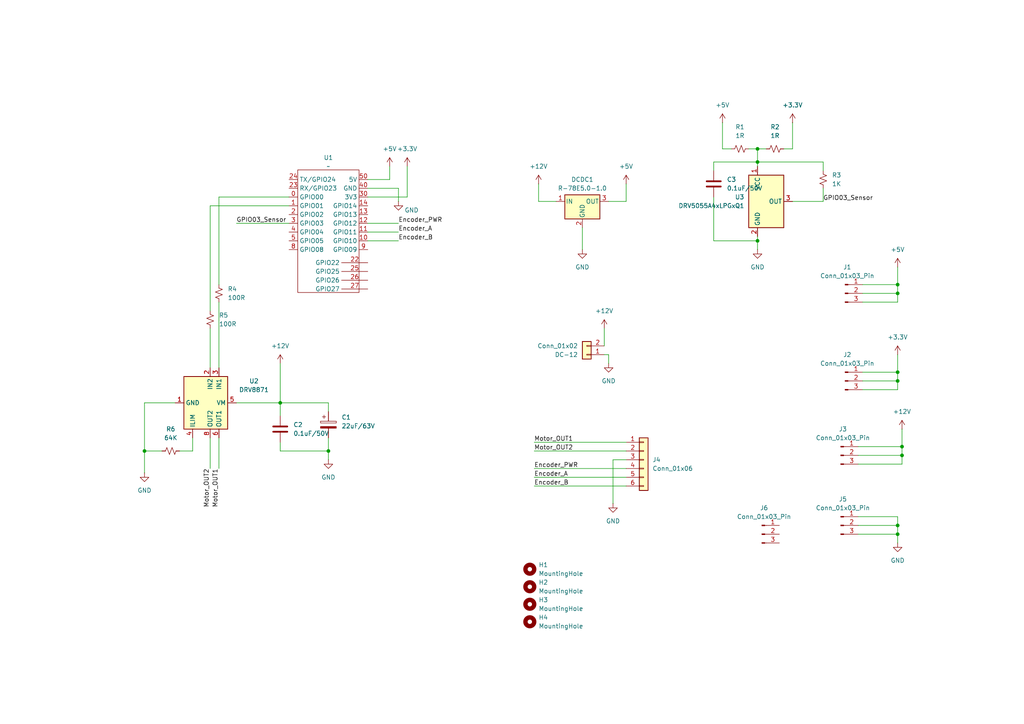
<source format=kicad_sch>
(kicad_sch (version 20231120) (generator "eeschema") (generator_version "8.0")
  (paper "A4")
  (lib_symbols
    (symbol "Connector:Conn_01x03_Pin" (pin_names (offset 1.016) hide)
      (property "Reference" "J" (at 0 5.08 0))
      (property "Value" "Conn_01x03_Pin" (at 0 -5.08 0))
      (symbol "Conn_01x03_Pin_1_1"
        (polyline (pts (xy 1.27 -2.54) (xy 0.8636 -2.54)) (stroke (width 0.1524)))
        (polyline (pts (xy 1.27 0) (xy 0.8636 0)) (stroke (width 0.1524)))
        (polyline (pts (xy 1.27 2.54) (xy 0.8636 2.54)) (stroke (width 0.1524)))
        (rectangle (start 0.8636 -2.413) (end 0 -2.667) (stroke (width 0.1524)) (fill (type outline)))
        (rectangle (start 0.8636 0.127) (end 0 -0.127) (stroke (width 0.1524)) (fill (type outline)))
        (rectangle (start 0.8636 2.667) (end 0 2.413) (stroke (width 0.1524)) (fill (type outline)))
        (pin passive line (at 5.08 2.54 180) (length 3.81) (name "Pin_1") (number "1"))
        (pin passive line (at 5.08 0 180) (length 3.81) (name "Pin_2") (number "2"))
        (pin passive line (at 5.08 -2.54 180) (length 3.81) (name "Pin_3") (number "3"))
      )
    )
    (symbol "Connector_Generic:Conn_01x02" (pin_names (offset 1.016) hide)
      (property "Reference" "J" (at 0 2.54 0))
      (property "Value" "Conn_01x02" (at 0 -5.08 0))
      (symbol "Conn_01x02_1_1"
        (rectangle (start -1.27 -2.413) (end 0 -2.667) (stroke (width 0.1524)))
        (rectangle (start -1.27 0.127) (end 0 -0.127) (stroke (width 0.1524)))
        (rectangle (start -1.27 1.27) (end 1.27 -3.81) (stroke (width 0.254)) (fill (type background)))
        (pin passive line (at -5.08 0 0) (length 3.81) (name "Pin_1") (number "1"))
        (pin passive line (at -5.08 -2.54 0) (length 3.81) (name "Pin_2") (number "2"))
      )
    )
    (symbol "Connector_Generic:Conn_01x06" (pin_names (offset 1.016) hide)
      (property "Reference" "J" (at 0 7.62 0))
      (property "Value" "Conn_01x06" (at 0 -10.16 0))
      (symbol "Conn_01x06_1_1"
        (rectangle (start -1.27 -7.493) (end 0 -7.747) (stroke (width 0.1524)))
        (rectangle (start -1.27 -4.953) (end 0 -5.207) (stroke (width 0.1524)))
        (rectangle (start -1.27 -2.413) (end 0 -2.667) (stroke (width 0.1524)))
        (rectangle (start -1.27 0.127) (end 0 -0.127) (stroke (width 0.1524)))
        (rectangle (start -1.27 2.667) (end 0 2.413) (stroke (width 0.1524)))
        (rectangle (start -1.27 5.207) (end 0 4.953) (stroke (width 0.1524)))
        (rectangle (start -1.27 6.35) (end 1.27 -8.89) (stroke (width 0.254)) (fill (type background)))
        (pin passive line (at -5.08 5.08 0) (length 3.81) (name "Pin_1") (number "1"))
        (pin passive line (at -5.08 2.54 0) (length 3.81) (name "Pin_2") (number "2"))
        (pin passive line (at -5.08 0 0) (length 3.81) (name "Pin_3") (number "3"))
        (pin passive line (at -5.08 -2.54 0) (length 3.81) (name "Pin_4") (number "4"))
        (pin passive line (at -5.08 -5.08 0) (length 3.81) (name "Pin_5") (number "5"))
        (pin passive line (at -5.08 -7.62 0) (length 3.81) (name "Pin_6") (number "6"))
      )
    )
    (symbol "Device:C" (pin_numbers hide) (pin_names (offset 0.254))
      (property "Reference" "C" (at 0.635 2.54 0))
      (property "Value" "C" (at 0.635 -2.54 0))
      (symbol "C_0_1"
        (polyline (pts (xy -2.032 -0.762) (xy 2.032 -0.762)) (stroke (width 0.508)))
        (polyline (pts (xy -2.032 0.762) (xy 2.032 0.762)) (stroke (width 0.508)))
      )
      (symbol "C_1_1"
        (pin passive line (at 0 3.81 270) (length 2.794) (name "~") (number "1"))
        (pin passive line (at 0 -3.81 90) (length 2.794) (name "~") (number "2"))
      )
    )
    (symbol "Device:C_Polarized" (pin_numbers hide) (pin_names (offset 0.254))
      (property "Reference" "C" (at 0.635 2.54 0))
      (property "Value" "C_Polarized" (at 0.635 -2.54 0))
      (symbol "C_Polarized_0_1"
        (rectangle (start -2.286 0.508) (end 2.286 1.016))
        (polyline (pts (xy -1.778 2.286) (xy -0.762 2.286)))
        (polyline (pts (xy -1.27 2.794) (xy -1.27 1.778)))
        (rectangle (start 2.286 -0.508) (end -2.286 -1.016) (fill (type outline)))
      )
      (symbol "C_Polarized_1_1"
        (pin passive line (at 0 3.81 270) (length 2.794) (name "~") (number "1"))
        (pin passive line (at 0 -3.81 90) (length 2.794) (name "~") (number "2"))
      )
    )
    (symbol "Device:R_Small_US" (pin_numbers hide) (pin_names (offset 0.254) hide)
      (property "Reference" "R" (at 0.762 0.508 0))
      (property "Value" "R_Small_US" (at 0.762 -1.016 0))
      (symbol "R_Small_US_1_1"
        (polyline (pts (xy 0 0) (xy 1.016 -0.381) (xy 0 -0.762) (xy -1.016 -1.143) (xy 0 -1.524)))
        (polyline (pts (xy 0 1.524) (xy 1.016 1.143) (xy 0 0.762) (xy -1.016 0.381) (xy 0 0)))
        (pin passive line (at 0 2.54 270) (length 1.016) (name "~") (number "1"))
        (pin passive line (at 0 -2.54 90) (length 1.016) (name "~") (number "2"))
      )
    )
    (symbol "Driver_Motor:DRV8871DDA"
      (property "Reference" "U" (at -6.35 6.35 0))
      (property "Value" "DRV8871DDA" (at 8.89 6.35 0))
      (symbol "DRV8871DDA_0_1"
        (rectangle (start -7.62 5.08) (end 7.62 -7.62) (stroke (width 0.254)) (fill (type background)))
      )
      (symbol "DRV8871DDA_1_1"
        (pin power_in line (at 0 -10.16 90) (length 2.54) (name "GND") (number "1"))
        (pin input line (at -10.16 0 0) (length 2.54) (name "IN2") (number "2"))
        (pin input line (at -10.16 2.54 0) (length 2.54) (name "IN1") (number "3"))
        (pin passive line (at 10.16 -5.08 180) (length 2.54) (name "ILIM") (number "4"))
        (pin power_in line (at 0 7.62 270) (length 2.54) (name "VM") (number "5"))
        (pin output line (at 10.16 2.54 180) (length 2.54) (name "OUT1") (number "6"))
        (pin passive line (at 0 -10.16 90) (length 2.54) hide (name "GND") (number "7"))
        (pin output line (at 10.16 0 180) (length 2.54) (name "OUT2") (number "8"))
        (pin passive line (at 0 -10.16 90) (length 2.54) hide (name "GND") (number "9"))
      )
    )
    (symbol "Mechanical:MountingHole" (pin_names (offset 1.016)) (exclude_from_sim yes) (in_bom no)
      (property "Reference" "H" (at 0 5.08 0))
      (property "Value" "MountingHole" (at 0 3.175 0))
      (symbol "MountingHole_0_1"
        (circle (center 0 0) (radius 1.27) (stroke (width 1.27)))
      )
    )
    (symbol "Regulator_Switching:R-78E5.0-1.0" (pin_names (offset 0.254))
      (property "Reference" "U" (at -3.81 3.175 0))
      (property "Value" "R-78E5.0-1.0" (at 0 3.175 0))
      (symbol "R-78E5.0-1.0_0_1"
        (rectangle (start -5.08 1.905) (end 5.08 -5.08) (stroke (width 0.254)) (fill (type background)))
      )
      (symbol "R-78E5.0-1.0_1_1"
        (pin power_in line (at -7.62 0 0) (length 2.54) (name "IN") (number "1"))
        (pin power_in line (at 0 -7.62 90) (length 2.54) (name "GND") (number "2"))
        (pin power_out line (at 7.62 0 180) (length 2.54) (name "OUT") (number "3"))
      )
    )
    (symbol "Sensor_Magnetic:DRV5055A4xLPGxQ1"
      (property "Reference" "U" (at 5.08 12.7 0))
      (property "Value" "DRV5055A4xLPGxQ1" (at 7.62 10.16 0))
      (symbol "DRV5055A4xLPGxQ1_1_1"
        (rectangle (start -5.08 7.62) (end 5.08 -7.62) (stroke (width 0.254)) (fill (type background)))
        (pin power_in line (at -2.54 10.16 270) (length 2.54) (name "VCC") (number "1"))
        (pin power_in line (at -2.54 -10.16 90) (length 2.54) (name "GND") (number "2"))
        (pin output line (at 7.62 0 180) (length 2.54) (name "OUT") (number "3"))
      )
    )
    (symbol "my_rfmodule:ESP32-H2-SuperMini"
      (property "Reference" "U" (at -1.016 15.24 0))
      (symbol "ESP32-H2-SuperMini_0_1"
        (polyline (pts (xy -8.89 14.224) (xy -8.89 -21.336) (xy 8.89 -21.336) (xy 8.89 14.224) (xy -8.89 14.224)))
      )
      (symbol "ESP32-H2-SuperMini_1_1"
        (pin bidirectional line (at -11.43 6.35 0) (length 2.54) (name "GPIO00") (number "0"))
        (pin bidirectional line (at -11.43 3.81 0) (length 2.54) (name "GPIO01") (number "1"))
        (pin bidirectional line (at 11.43 -6.35 180) (length 2.54) (name "GPIO10") (number "10"))
        (pin bidirectional line (at 11.43 -3.81 180) (length 2.54) (name "GPIO11") (number "11"))
        (pin bidirectional line (at 11.43 -1.27 180) (length 2.54) (name "GPIO12") (number "12"))
        (pin bidirectional line (at 11.43 1.27 180) (length 2.54) (name "GPIO13") (number "13"))
        (pin bidirectional line (at 11.43 3.81 180) (length 2.54) (name "GPIO14") (number "14"))
        (pin bidirectional line (at -11.43 1.27 0) (length 2.54) (name "GPIO02") (number "2"))
        (pin bidirectional line (at 11.43 -12.7 180) (length 7.62) (name "GPIO22") (number "22"))
        (pin bidirectional line (at -11.43 8.89 0) (length 2.54) (name "RX/GPIO23") (number "23"))
        (pin bidirectional line (at -11.43 11.43 0) (length 2.54) (name "TX/GPIO24") (number "24"))
        (pin bidirectional line (at 11.43 -15.24 180) (length 7.62) (name "GPIO25") (number "25"))
        (pin bidirectional line (at 11.43 -17.78 180) (length 7.62) (name "GPIO26") (number "26"))
        (pin bidirectional line (at 11.43 -20.32 180) (length 7.62) (name "GPIO27") (number "27"))
        (pin bidirectional line (at -11.43 -1.27 0) (length 2.54) (name "GPIO03") (number "3"))
        (pin power_in line (at 11.43 6.35 180) (length 2.54) (name "3V3") (number "30"))
        (pin bidirectional line (at -11.43 -3.81 0) (length 2.54) (name "GPIO04") (number "4"))
        (pin power_in line (at 11.43 8.89 180) (length 2.54) (name "GND") (number "40"))
        (pin bidirectional line (at -11.43 -6.35 0) (length 2.54) (name "GPIO05") (number "5"))
        (pin power_in line (at 11.43 11.43 180) (length 2.54) (name "5V") (number "50"))
        (pin bidirectional line (at -11.43 -8.89 0) (length 2.54) (name "GPIO08") (number "8"))
        (pin bidirectional line (at 11.43 -8.89 180) (length 2.54) (name "GPIO09") (number "9"))
      )
    )
    (symbol "power:+12V" (power) (pin_numbers hide) (pin_names (offset 0) hide)
      (property "Value" "+12V" (at 0 3.556 0))
      (symbol "+12V_0_1"
        (polyline (pts (xy -0.762 1.27) (xy 0 2.54)))
        (polyline (pts (xy 0 0) (xy 0 2.54)))
        (polyline (pts (xy 0 2.54) (xy 0.762 1.27)))
      )
      (symbol "+12V_1_1"
        (pin power_in line (at 0 0 90) (length 0) (name "~") (number "1"))
      )
    )
    (symbol "power:+3.3V" (power) (pin_numbers hide) (pin_names (offset 0) hide)
      (property "Value" "+3.3V" (at 0 3.556 0))
      (symbol "+3.3V_0_1"
        (polyline (pts (xy -0.762 1.27) (xy 0 2.54)))
        (polyline (pts (xy 0 0) (xy 0 2.54)))
        (polyline (pts (xy 0 2.54) (xy 0.762 1.27)))
      )
      (symbol "+3.3V_1_1"
        (pin power_in line (at 0 0 90) (length 0) (name "~") (number "1"))
      )
    )
    (symbol "power:+5V" (power) (pin_numbers hide) (pin_names (offset 0) hide)
      (property "Value" "+5V" (at 0 3.556 0))
      (symbol "+5V_0_1"
        (polyline (pts (xy -0.762 1.27) (xy 0 2.54)))
        (polyline (pts (xy 0 0) (xy 0 2.54)))
        (polyline (pts (xy 0 2.54) (xy 0.762 1.27)))
      )
      (symbol "+5V_1_1"
        (pin power_in line (at 0 0 90) (length 0) (name "~") (number "1"))
      )
    )
    (symbol "power:GND" (power) (pin_numbers hide) (pin_names (offset 0) hide)
      (property "Value" "GND" (at 0 -3.81 0))
      (symbol "GND_0_1"
        (polyline (pts (xy 0 0) (xy 0 -1.27) (xy 1.27 -1.27) (xy 0 -2.54) (xy -1.27 -1.27) (xy 0 -1.27)))
      )
      (symbol "GND_1_1"
        (pin power_in line (at 0 0 270) (length 0) (name "~") (number "1"))
      )
    )
  )
  (junction (at 219.71 46.99))
  (junction (at 260.35 107.95))
  (junction (at 95.25 130.81))
  (junction (at 260.35 82.55))
  (junction (at 260.35 154.94))
  (junction (at 260.35 85.09))
  (junction (at 219.71 69.85))
  (junction (at 41.91 130.81))
  (junction (at 260.35 152.4))
  (junction (at 261.62 129.54))
  (junction (at 81.28 116.84))
  (junction (at 219.71 43.18))
  (junction (at 261.62 132.08))
  (junction (at 260.35 110.49))
  (wire (pts (xy 219.71 43.18) (xy 222.25 43.18)))
  (wire (pts (xy 176.53 58.42) (xy 181.61 58.42)))
  (wire (pts (xy 219.71 46.99) (xy 238.76 46.99)))
  (wire (pts (xy 115.57 54.61) (xy 115.57 58.42)))
  (wire (pts (xy 63.5 87.63) (xy 63.5 106.68)))
  (wire (pts (xy 207.01 49.53) (xy 207.01 46.99)))
  (wire (pts (xy 168.91 66.04) (xy 168.91 72.39)))
  (wire (pts (xy 219.71 46.99) (xy 219.71 48.26)))
  (wire (pts (xy 207.01 46.99) (xy 219.71 46.99)))
  (wire (pts (xy 60.96 90.17) (xy 60.96 59.69)))
  (wire (pts (xy 219.71 69.85) (xy 219.71 72.39)))
  (wire (pts (xy 260.35 82.55) (xy 250.19 82.55)))
  (wire (pts (xy 229.87 43.18) (xy 227.33 43.18)))
  (wire (pts (xy 261.62 132.08) (xy 261.62 129.54)))
  (wire (pts (xy 260.35 113.03) (xy 260.35 110.49)))
  (wire (pts (xy 63.5 127) (xy 63.5 135.89)))
  (wire (pts (xy 106.68 52.07) (xy 113.03 52.07)))
  (wire (pts (xy 106.68 57.15) (xy 118.11 57.15)))
  (wire (pts (xy 68.58 64.77) (xy 83.82 64.77)))
  (wire (pts (xy 248.92 132.08) (xy 261.62 132.08)))
  (wire (pts (xy 248.92 129.54) (xy 261.62 129.54)))
  (wire (pts (xy 260.35 110.49) (xy 260.35 107.95)))
  (wire (pts (xy 209.55 35.56) (xy 209.55 43.18)))
  (wire (pts (xy 209.55 43.18) (xy 212.09 43.18)))
  (wire (pts (xy 154.94 140.97) (xy 181.61 140.97)))
  (wire (pts (xy 60.96 127) (xy 60.96 135.89)))
  (wire (pts (xy 106.68 69.85) (xy 115.57 69.85)))
  (wire (pts (xy 113.03 52.07) (xy 113.03 48.26)))
  (wire (pts (xy 106.68 54.61) (xy 115.57 54.61)))
  (wire (pts (xy 219.71 68.58) (xy 219.71 69.85)))
  (wire (pts (xy 156.21 58.42) (xy 161.29 58.42)))
  (wire (pts (xy 50.8 116.84) (xy 41.91 116.84)))
  (wire (pts (xy 250.19 87.63) (xy 260.35 87.63)))
  (wire (pts (xy 238.76 49.53) (xy 238.76 46.99)))
  (wire (pts (xy 63.5 82.55) (xy 63.5 57.15)))
  (wire (pts (xy 41.91 130.81) (xy 41.91 137.16)))
  (wire (pts (xy 154.94 135.89) (xy 181.61 135.89)))
  (wire (pts (xy 260.35 154.94) (xy 260.35 157.48)))
  (wire (pts (xy 60.96 95.25) (xy 60.96 106.68)))
  (wire (pts (xy 207.01 69.85) (xy 219.71 69.85)))
  (wire (pts (xy 81.28 130.81) (xy 95.25 130.81)))
  (wire (pts (xy 248.92 154.94) (xy 260.35 154.94)))
  (wire (pts (xy 260.35 152.4) (xy 260.35 154.94)))
  (wire (pts (xy 238.76 58.42) (xy 238.76 54.61)))
  (wire (pts (xy 229.87 58.42) (xy 238.76 58.42)))
  (wire (pts (xy 55.88 130.81) (xy 52.07 130.81)))
  (wire (pts (xy 41.91 116.84) (xy 41.91 130.81)))
  (wire (pts (xy 260.35 149.86) (xy 260.35 152.4)))
  (wire (pts (xy 177.8 133.35) (xy 181.61 133.35)))
  (wire (pts (xy 55.88 127) (xy 55.88 130.81)))
  (wire (pts (xy 261.62 129.54) (xy 261.62 124.46)))
  (wire (pts (xy 106.68 67.31) (xy 115.57 67.31)))
  (wire (pts (xy 248.92 152.4) (xy 260.35 152.4)))
  (wire (pts (xy 95.25 130.81) (xy 95.25 133.35)))
  (wire (pts (xy 181.61 58.42) (xy 181.61 53.34)))
  (wire (pts (xy 261.62 134.62) (xy 261.62 132.08)))
  (wire (pts (xy 118.11 57.15) (xy 118.11 48.26)))
  (wire (pts (xy 217.17 43.18) (xy 219.71 43.18)))
  (wire (pts (xy 260.35 87.63) (xy 260.35 85.09)))
  (wire (pts (xy 154.94 138.43) (xy 181.61 138.43)))
  (wire (pts (xy 260.35 102.87) (xy 260.35 107.95)))
  (wire (pts (xy 81.28 128.27) (xy 81.28 130.81)))
  (wire (pts (xy 81.28 105.41) (xy 81.28 116.84)))
  (wire (pts (xy 248.92 134.62) (xy 261.62 134.62)))
  (wire (pts (xy 95.25 127) (xy 95.25 130.81)))
  (wire (pts (xy 250.19 85.09) (xy 260.35 85.09)))
  (wire (pts (xy 250.19 110.49) (xy 260.35 110.49)))
  (wire (pts (xy 248.92 149.86) (xy 260.35 149.86)))
  (wire (pts (xy 219.71 43.18) (xy 219.71 46.99)))
  (wire (pts (xy 60.96 59.69) (xy 83.82 59.69)))
  (wire (pts (xy 229.87 35.56) (xy 229.87 43.18)))
  (wire (pts (xy 250.19 107.95) (xy 260.35 107.95)))
  (wire (pts (xy 175.26 102.87) (xy 176.53 102.87)))
  (wire (pts (xy 207.01 57.15) (xy 207.01 69.85)))
  (wire (pts (xy 95.25 116.84) (xy 95.25 119.38)))
  (wire (pts (xy 260.35 85.09) (xy 260.35 82.55)))
  (wire (pts (xy 63.5 57.15) (xy 83.82 57.15)))
  (wire (pts (xy 81.28 116.84) (xy 95.25 116.84)))
  (wire (pts (xy 154.94 130.81) (xy 181.61 130.81)))
  (wire (pts (xy 156.21 53.34) (xy 156.21 58.42)))
  (wire (pts (xy 260.35 77.47) (xy 260.35 82.55)))
  (wire (pts (xy 81.28 116.84) (xy 81.28 120.65)))
  (wire (pts (xy 106.68 64.77) (xy 115.57 64.77)))
  (wire (pts (xy 177.8 133.35) (xy 177.8 146.05)))
  (wire (pts (xy 154.94 128.27) (xy 181.61 128.27)))
  (wire (pts (xy 175.26 100.33) (xy 175.26 95.25)))
  (wire (pts (xy 176.53 102.87) (xy 176.53 105.41)))
  (wire (pts (xy 68.58 116.84) (xy 81.28 116.84)))
  (wire (pts (xy 41.91 130.81) (xy 46.99 130.81)))
  (wire (pts (xy 250.19 113.03) (xy 260.35 113.03)))
  (label "Encoder_A" (at 115.57 67.31 0))
  (label "Encoder_B" (at 115.57 69.85 0))
  (label "Encoder_PWR" (at 154.94 135.89 0))
  (label "Motor_OUT2" (at 154.94 130.81 0))
  (label "GPIO03_Sensor" (at 238.76 58.42 0))
  (label "Motor_OUT1" (at 63.5 135.89 270))
  (label "Encoder_PWR" (at 115.57 64.77 0))
  (label "GPIO03_Sensor" (at 68.58 64.77 0))
  (label "Encoder_A" (at 154.94 138.43 0))
  (label "Motor_OUT1" (at 154.94 128.27 0))
  (label "Motor_OUT2" (at 60.96 135.89 270))
  (label "Encoder_B" (at 154.94 140.97 0))
  (symbol (lib_id "Device:R_Small_US") (at 60.96 92.71 0) (unit 1)
    (property "Reference" "R5" (at 63.5 91.4399 0) (effects (justify left)))
    (property "Value" "100R" (at 63.5 93.9799 0) (effects (justify left)))
    (property "Footprint" "Resistor_SMD:R_0603_1608Metric_Pad0.98x0.95mm_HandSolder" (effects (hide yes)))
    (property "Description" "Resistor, small US symbol" (effects (hide yes)))
  )
  (symbol (lib_id "Connector:Conn_01x03_Pin") (at 245.11 110.49 0) (unit 1)
    (property "Reference" "J2" (at 245.745 102.87 0))
    (property "Value" "Conn_01x03_Pin" (at 245.745 105.41 0))
    (property "Footprint" "Connector_PinHeader_2.54mm:PinHeader_1x03_P2.54mm_Vertical" (effects (hide yes)))
    (property "Description" "Generic connector, single row, 01x03, script generated" (effects (hide yes)))
  )
  (symbol (lib_id "power:+3.3V") (at 118.11 48.26 0) (unit 1)
    (property "Reference" "#PWR4" (effects (hide yes)))
    (property "Value" "+3.3V" (at 118.11 43.18 0))
    (property "Description" "Power symbol creates a global label with name \"+3.3V\"" (effects (hide yes)))
  )
  (symbol (lib_id "Connector_Generic:Conn_01x02") (at 170.18 102.87 180) (unit 1)
    (property "Reference" "DC-12" (at 167.64 102.8701 0) (effects (justify left)))
    (property "Value" "Conn_01x02" (at 167.64 100.3301 0) (effects (justify left)))
    (property "Footprint" "Connector_TE-Connectivity:TE_826576-2_1x02_P3.96mm_Vertical" (effects (hide yes)))
    (property "Description" "Generic connector, single row, 01x02, script generated (kicad-library-utils/schlib/autogen/connector/)" (effects (hide yes)))
  )
  (symbol (lib_id "Device:R_Small_US") (at 214.63 43.18 90) (unit 1)
    (property "Reference" "R1" (at 214.63 36.83 90))
    (property "Value" "1R" (at 214.63 39.37 90))
    (property "Footprint" "Resistor_SMD:R_0603_1608Metric_Pad0.98x0.95mm_HandSolder" (effects (hide yes)))
    (property "Description" "Resistor, small US symbol" (effects (hide yes)))
  )
  (symbol (lib_id "Device:R_Small_US") (at 224.79 43.18 90) (unit 1)
    (property "Reference" "R2" (at 224.79 36.83 90))
    (property "Value" "1R" (at 224.79 39.37 90))
    (property "Footprint" "Resistor_SMD:R_0603_1608Metric_Pad0.98x0.95mm_HandSolder" (effects (hide yes)))
    (property "Description" "Resistor, small US symbol" (effects (hide yes)))
  )
  (symbol (lib_id "power:+3.3V") (at 260.35 102.87 0) (unit 1)
    (property "Reference" "#PWR13" (effects (hide yes)))
    (property "Value" "+3.3V" (at 260.35 97.79 0))
    (property "Description" "Power symbol creates a global label with name \"+3.3V\"" (effects (hide yes)))
  )
  (symbol (lib_id "Device:R_Small_US") (at 63.5 85.09 0) (unit 1)
    (property "Reference" "R4" (at 66.04 83.8199 0) (effects (justify left)))
    (property "Value" "100R" (at 66.04 86.3599 0) (effects (justify left)))
    (property "Footprint" "Resistor_SMD:R_0603_1608Metric_Pad0.98x0.95mm_HandSolder" (effects (hide yes)))
    (property "Description" "Resistor, small US symbol" (effects (hide yes)))
  )
  (symbol (lib_id "Connector:Conn_01x03_Pin") (at 243.84 132.08 0) (unit 1)
    (property "Reference" "J3" (at 244.475 124.46 0))
    (property "Value" "Conn_01x03_Pin" (at 244.475 127 0))
    (property "Footprint" "Connector_PinHeader_2.54mm:PinHeader_1x03_P2.54mm_Vertical" (effects (hide yes)))
    (property "Description" "Generic connector, single row, 01x03, script generated" (effects (hide yes)))
  )
  (symbol (lib_id "Driver_Motor:DRV8871DDA") (at 60.96 116.84 270) (unit 1)
    (property "Reference" "U2" (at 73.66 110.5214 90))
    (property "Value" "DRV8871" (at 73.66 113.0614 90))
    (property "Footprint" "Package_SO:Texas_HTSOP-8-1EP_3.9x4.9mm_P1.27mm_EP2.95x4.9mm_Mask2.4x3.1mm_ThermalVias" (effects (hide yes)))
    (property "Datasheet" "http://www.ti.com/lit/ds/symlink/drv8871.pdf" (effects (hide yes)))
    (property "Description" "Brushed DC Motor Driver, PWM Control, 45V, 3.6A, Current limiting, HTSOP-8" (effects (hide yes)))
  )
  (symbol (lib_id "power:+12V") (at 156.21 53.34 0) (unit 1)
    (property "Reference" "#PWR5" (effects (hide yes)))
    (property "Value" "+12V" (at 156.21 48.26 0))
    (property "Description" "Power symbol creates a global label with name \"+12V\"" (effects (hide yes)))
  )
  (symbol (lib_id "power:+5V") (at 113.03 48.26 0) (unit 1)
    (property "Reference" "#PWR3" (effects (hide yes)))
    (property "Value" "+5V" (at 113.03 43.18 0))
    (property "Description" "Power symbol creates a global label with name \"+5V\"" (effects (hide yes)))
  )
  (symbol (lib_id "power:GND") (at 168.91 72.39 0) (unit 1)
    (property "Reference" "#PWR8" (effects (hide yes)))
    (property "Value" "GND" (at 168.91 77.47 0))
    (property "Description" "Power symbol creates a global label with name \"GND\" , ground" (effects (hide yes)))
  )
  (symbol (lib_id "Mechanical:MountingHole") (at 153.67 170.18 0) (unit 1) (exclude_from_sim yes) (in_bom no)
    (property "Reference" "H2" (at 156.21 168.9099 0) (effects (justify left)))
    (property "Value" "MountingHole" (at 156.21 171.4499 0) (effects (justify left)))
    (property "Footprint" "MountingHole:MountingHole_2.7mm_M2.5" (effects (hide yes)))
    (property "Description" "Mounting Hole without connection" (effects (hide yes)))
  )
  (symbol (lib_id "Mechanical:MountingHole") (at 153.67 165.1 0) (unit 1) (exclude_from_sim yes) (in_bom no)
    (property "Reference" "H1" (at 156.21 163.8299 0) (effects (justify left)))
    (property "Value" "MountingHole" (at 156.21 166.3699 0) (effects (justify left)))
    (property "Footprint" "MountingHole:MountingHole_2.7mm_M2.5" (effects (hide yes)))
    (property "Description" "Mounting Hole without connection" (effects (hide yes)))
  )
  (symbol (lib_id "Device:C_Polarized") (at 95.25 123.19 0) (unit 1)
    (property "Reference" "C1" (at 99.06 121.0309 0) (effects (justify left)))
    (property "Value" "22uF/63V" (at 99.06 123.5709 0) (effects (justify left)))
    (property "Footprint" "Capacitor_THT:CP_Radial_D6.3mm_P2.50mm" (effects (hide yes)))
    (property "Description" "Polarized capacitor" (effects (hide yes)))
  )
  (symbol (lib_id "Device:C") (at 207.01 53.34 0) (unit 1)
    (property "Reference" "C3" (at 210.82 52.0699 0) (effects (justify left)))
    (property "Value" "0.1uF/50V" (at 210.82 54.6099 0) (effects (justify left)))
    (property "Footprint" "Capacitor_SMD:C_0603_1608Metric_Pad1.08x0.95mm_HandSolder" (effects (hide yes)))
    (property "Description" "Unpolarized capacitor" (effects (hide yes)))
  )
  (symbol (lib_id "Mechanical:MountingHole") (at 153.67 180.34 0) (unit 1) (exclude_from_sim yes) (in_bom no)
    (property "Reference" "H4" (at 156.21 179.0699 0) (effects (justify left)))
    (property "Value" "MountingHole" (at 156.21 181.6099 0) (effects (justify left)))
    (property "Footprint" "MountingHole:MountingHole_2.7mm_M2.5" (effects (hide yes)))
    (property "Description" "Mounting Hole without connection" (effects (hide yes)))
  )
  (symbol (lib_id "Mechanical:MountingHole") (at 153.67 175.26 0) (unit 1) (exclude_from_sim yes) (in_bom no)
    (property "Reference" "H3" (at 156.21 173.9899 0) (effects (justify left)))
    (property "Value" "MountingHole" (at 156.21 176.5299 0) (effects (justify left)))
    (property "Footprint" "MountingHole:MountingHole_2.7mm_M2.5" (effects (hide yes)))
    (property "Description" "Mounting Hole without connection" (effects (hide yes)))
  )
  (symbol (lib_id "power:+3.3V") (at 229.87 35.56 0) (unit 1)
    (property "Reference" "#PWR2" (effects (hide yes)))
    (property "Value" "+3.3V" (at 229.87 30.48 0))
    (property "Description" "Power symbol creates a global label with name \"+3.3V\"" (effects (hide yes)))
  )
  (symbol (lib_id "power:GND") (at 177.8 146.05 0) (unit 1)
    (property "Reference" "#PWR19" (effects (hide yes)))
    (property "Value" "GND" (at 177.8 151.13 0))
    (property "Description" "Power symbol creates a global label with name \"GND\" , ground" (effects (hide yes)))
  )
  (symbol (lib_id "Sensor_Magnetic:DRV5055A4xLPGxQ1") (at 222.25 58.42 0) (unit 1)
    (property "Reference" "U3" (at 215.9 57.1499 0) (effects (justify right)))
    (property "Value" "DRV5055A4xLPGxQ1" (at 215.9 59.6899 0) (effects (justify right)))
    (property "Footprint" "Package_TO_SOT_THT:TO-92_Inline" (effects (hide yes)))
    (property "Datasheet" "https://www.ti.com/lit/ds/symlink/drv5055-q1.pdf" (effects (hide yes)))
    (property "Description" "12.5mV/mT,±169-mT, 20-kHz, 3.3/5V, TO-92" (effects (hide yes)))
  )
  (symbol (lib_id "power:GND") (at 95.25 133.35 0) (unit 1)
    (property "Reference" "#PWR18" (effects (hide yes)))
    (property "Value" "GND" (at 95.25 138.43 0))
    (property "Description" "Power symbol creates a global label with name \"GND\" , ground" (effects (hide yes)))
  )
  (symbol (lib_id "power:GND") (at 115.57 58.42 0) (unit 1)
    (property "Reference" "#PWR7" (effects (hide yes)))
    (property "Value" "GND" (at 119.38 60.96 0))
    (property "Description" "Power symbol creates a global label with name \"GND\" , ground" (effects (hide yes)))
  )
  (symbol (lib_id "Device:R_Small_US") (at 238.76 52.07 180) (unit 1)
    (property "Reference" "R3" (at 241.3 50.7999 0) (effects (justify right)))
    (property "Value" "1K" (at 241.3 53.3399 0) (effects (justify right)))
    (property "Footprint" "Resistor_SMD:R_0603_1608Metric_Pad0.98x0.95mm_HandSolder" (effects (hide yes)))
    (property "Description" "Resistor, small US symbol" (effects (hide yes)))
  )
  (symbol (lib_id "Regulator_Switching:R-78E5.0-1.0") (at 168.91 58.42 0) (unit 1)
    (property "Reference" "DCDC1" (at 168.91 52.07 0))
    (property "Value" "R-78E5.0-1.0" (at 168.91 54.61 0))
    (property "Footprint" "Converter_DCDC:Converter_DCDC_RECOM_R-78E-0.5_THT" (effects (hide yes)))
    (property "Datasheet" "https://www.recom-power.com/pdf/Innoline/R-78Exx-1.0.pdf" (effects (hide yes)))
    (property "Description" "1A Step-Down DC/DC-Regulator, 7-28V input, 5V fixed Output Voltage, LM78xx replacement, -40°C to +85°C, SIP3" (effects (hide yes)))
  )
  (symbol (lib_id "Connector:Conn_01x03_Pin") (at 245.11 85.09 0) (unit 1)
    (property "Reference" "J1" (at 245.745 77.47 0))
    (property "Value" "Conn_01x03_Pin" (at 245.745 80.01 0))
    (property "Footprint" "Connector_PinHeader_2.54mm:PinHeader_1x03_P2.54mm_Vertical" (effects (hide yes)))
    (property "Description" "Generic connector, single row, 01x03, script generated" (effects (hide yes)))
  )
  (symbol (lib_id "power:GND") (at 219.71 72.39 0) (unit 1)
    (property "Reference" "#PWR9" (effects (hide yes)))
    (property "Value" "GND" (at 219.71 77.47 0))
    (property "Description" "Power symbol creates a global label with name \"GND\" , ground" (effects (hide yes)))
  )
  (symbol (lib_id "Device:R_Small_US") (at 49.53 130.81 90) (unit 1)
    (property "Reference" "R6" (at 49.53 124.46 90))
    (property "Value" "64K" (at 49.53 127 90))
    (property "Footprint" "Resistor_SMD:R_0603_1608Metric_Pad0.98x0.95mm_HandSolder" (effects (hide yes)))
    (property "Description" "Resistor, small US symbol" (effects (hide yes)))
  )
  (symbol (lib_id "power:GND") (at 260.35 157.48 0) (unit 1)
    (property "Reference" "#PWR20" (effects (hide yes)))
    (property "Value" "GND" (at 260.35 162.56 0))
    (property "Description" "Power symbol creates a global label with name \"GND\" , ground" (effects (hide yes)))
  )
  (symbol (lib_id "power:GND") (at 176.53 105.41 0) (unit 1)
    (property "Reference" "#PWR15" (effects (hide yes)))
    (property "Value" "GND" (at 176.53 110.49 0))
    (property "Description" "Power symbol creates a global label with name \"GND\" , ground" (effects (hide yes)))
  )
  (symbol (lib_id "Connector:Conn_01x03_Pin") (at 220.98 154.94 0) (unit 1)
    (property "Reference" "J6" (at 221.615 147.32 0))
    (property "Value" "Conn_01x03_Pin" (at 221.615 149.86 0))
    (property "Footprint" "Connector_PinHeader_2.54mm:PinHeader_1x03_P2.54mm_Vertical" (effects (hide yes)))
    (property "Description" "Generic connector, single row, 01x03, script generated" (effects (hide yes)))
  )
  (symbol (lib_id "power:+12V") (at 81.28 105.41 0) (unit 1)
    (property "Reference" "#PWR14" (effects (hide yes)))
    (property "Value" "+12V" (at 81.28 100.33 0))
    (property "Description" "Power symbol creates a global label with name \"+12V\"" (effects (hide yes)))
  )
  (symbol (lib_id "Connector:Conn_01x03_Pin") (at 243.84 152.4 0) (unit 1)
    (property "Reference" "J5" (at 244.475 144.78 0))
    (property "Value" "Conn_01x03_Pin" (at 244.475 147.32 0))
    (property "Footprint" "Connector_PinHeader_2.54mm:PinHeader_1x03_P2.54mm_Vertical" (effects (hide yes)))
    (property "Description" "Generic connector, single row, 01x03, script generated" (effects (hide yes)))
  )
  (symbol (lib_id "power:+5V") (at 209.55 35.56 0) (unit 1)
    (property "Reference" "#PWR1" (effects (hide yes)))
    (property "Value" "+5V" (at 209.55 30.48 0))
    (property "Description" "Power symbol creates a global label with name \"+5V\"" (effects (hide yes)))
  )
  (symbol (lib_id "Connector_Generic:Conn_01x06") (at 186.69 133.35 0) (unit 1)
    (property "Reference" "J4" (at 189.23 133.3499 0) (effects (justify left)))
    (property "Value" "Conn_01x06" (at 189.23 135.8899 0) (effects (justify left)))
    (property "Footprint" "Connector_PinHeader_2.54mm:PinHeader_1x06_P2.54mm_Vertical" (effects (hide yes)))
    (property "Description" "Generic connector, single row, 01x06, script generated (kicad-library-utils/schlib/autogen/connector/)" (effects (hide yes)))
  )
  (symbol (lib_id "Device:C") (at 81.28 124.46 0) (unit 1)
    (property "Reference" "C2" (at 85.09 123.1899 0) (effects (justify left)))
    (property "Value" "0.1uF/50V" (at 85.09 125.7299 0) (effects (justify left)))
    (property "Footprint" "Capacitor_SMD:C_0603_1608Metric_Pad1.08x0.95mm_HandSolder" (effects (hide yes)))
    (property "Description" "Unpolarized capacitor" (effects (hide yes)))
  )
  (symbol (lib_id "power:+12V") (at 261.62 124.46 0) (unit 1)
    (property "Reference" "#PWR16" (effects (hide yes)))
    (property "Value" "+12V" (at 261.62 119.38 0))
    (property "Description" "Power symbol creates a global label with name \"+12V\"" (effects (hide yes)))
  )
  (symbol (lib_id "power:+5V") (at 260.35 77.47 0) (unit 1)
    (property "Reference" "#PWR10" (effects (hide yes)))
    (property "Value" "+5V" (at 260.35 72.39 0))
    (property "Description" "Power symbol creates a global label with name \"+5V\"" (effects (hide yes)))
  )
  (symbol (lib_id "my_rfmodule:ESP32-H2-SuperMini") (at 95.25 63.5 0) (unit 1)
    (property "Reference" "U1" (at 95.25 45.72 0))
    (property "Value" "~" (at 95.25 48.26 0))
    (property "Footprint" "my_rfmodule:ESP32-H2-SuperMini" (effects (hide yes)))
  )
  (symbol (lib_id "power:+12V") (at 175.26 95.25 0) (unit 1)
    (property "Reference" "#PWR11" (effects (hide yes)))
    (property "Value" "+12V" (at 175.26 90.17 0))
    (property "Description" "Power symbol creates a global label with name \"+12V\"" (effects (hide yes)))
  )
  (symbol (lib_id "power:GND") (at 41.91 137.16 0) (unit 1)
    (property "Reference" "#PWR17" (effects (hide yes)))
    (property "Value" "GND" (at 41.91 142.24 0))
    (property "Description" "Power symbol creates a global label with name \"GND\" , ground" (effects (hide yes)))
  )
  (symbol (lib_id "power:+5V") (at 181.61 53.34 0) (unit 1)
    (property "Reference" "#PWR6" (effects (hide yes)))
    (property "Value" "+5V" (at 181.61 48.26 0))
    (property "Description" "Power symbol creates a global label with name \"+5V\"" (effects (hide yes)))
  )
)
</source>
